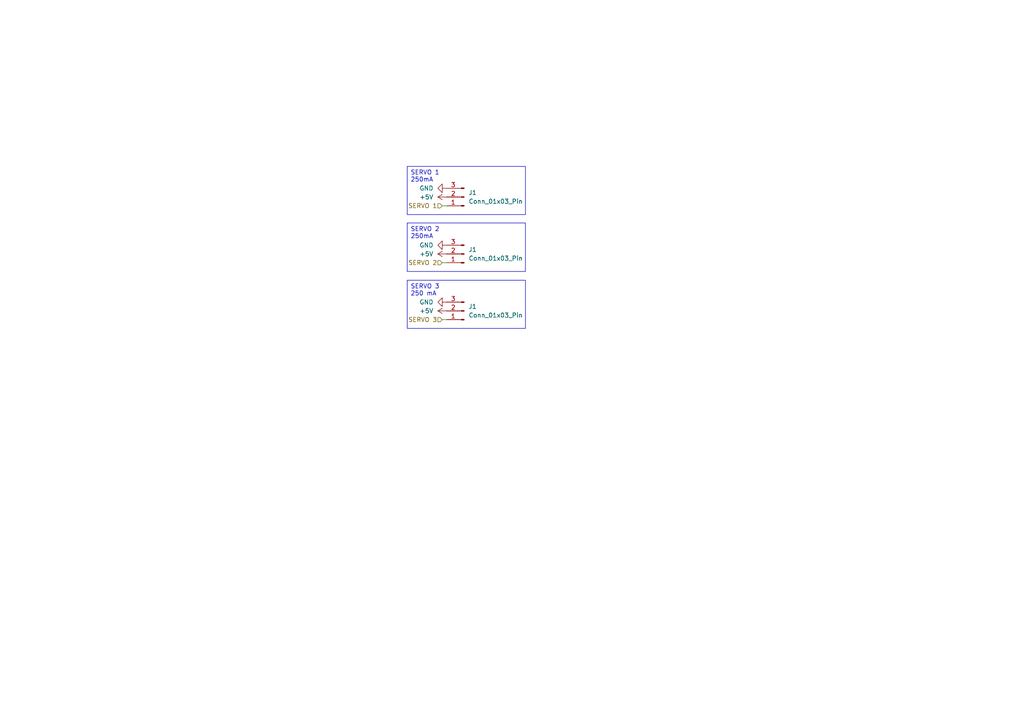
<source format=kicad_sch>
(kicad_sch (version 20230121) (generator eeschema)
  (paper "A4")
  (lib_symbols
    (symbol "Connector:Conn_01x03_Pin" (pin_names (offset 1.016) hide)
      (property "Reference" "J" (at 0 5.08 0))
      (property "Value" "Conn_01x03_Pin" (at 0 -5.08 0))
      (symbol "Conn_01x03_Pin_1_1"
        (polyline (pts (xy 1.27 -2.54) (xy 0.8636 -2.54)) (stroke (width 0.1524)))
        (polyline (pts (xy 1.27 0) (xy 0.8636 0)) (stroke (width 0.1524)))
        (polyline (pts (xy 1.27 2.54) (xy 0.8636 2.54)) (stroke (width 0.1524)))
        (rectangle (start 0.8636 -2.413) (end 0 -2.667) (stroke (width 0.1524)) (fill (type outline)))
        (rectangle (start 0.8636 0.127) (end 0 -0.127) (stroke (width 0.1524)) (fill (type outline)))
        (rectangle (start 0.8636 2.667) (end 0 2.413) (stroke (width 0.1524)) (fill (type outline)))
        (pin passive line (at 5.08 2.54 180) (length 3.81) (name "Pin_1") (number "1"))
        (pin passive line (at 5.08 0 180) (length 3.81) (name "Pin_2") (number "2"))
        (pin passive line (at 5.08 -2.54 180) (length 3.81) (name "Pin_3") (number "3"))
      )
    )
    (symbol "power:+5V" (power) (pin_names (offset 0))
      (property "Value" "+5V" (at 0 3.556 0))
      (symbol "+5V_0_1"
        (polyline (pts (xy -0.762 1.27) (xy 0 2.54)))
        (polyline (pts (xy 0 0) (xy 0 2.54)))
        (polyline (pts (xy 0 2.54) (xy 0.762 1.27)))
      )
      (symbol "+5V_1_1"
        (pin power_in line (at 0 0 90) (length 0) hide (name "+5V") (number "1"))
      )
    )
    (symbol "power:GND" (power) (pin_names (offset 0))
      (property "Value" "GND" (at 0 -3.81 0))
      (symbol "GND_0_1"
        (polyline (pts (xy 0 0) (xy 0 -1.27) (xy 1.27 -1.27) (xy 0 -2.54) (xy -1.27 -1.27) (xy 0 -1.27)))
      )
      (symbol "GND_1_1"
        (pin power_in line (at 0 0 270) (length 0) hide (name "GND") (number "1"))
      )
    )
  )
  (wire (pts (xy 128.27 59.69) (xy 129.54 59.69)))
  (wire (pts (xy 128.27 76.2) (xy 129.54 76.2)))
  (wire (pts (xy 128.27 92.71) (xy 129.54 92.71)))
  (text_box "SERVO 2\n250mA" (at 118.11 64.6675 0) (size 34.29 14.0725) (effects (font (size 1.27 1.27)) (justify left top)))
  (text_box "SERVO 1\n250mA" (at 118.11 48.26 0) (size 34.29 13.97) (effects (font (size 1.27 1.27)) (justify left top)))
  (text_box "SERVO 3\n250 mA" (at 118.11 81.28 0) (size 34.29 13.97) (effects (font (size 1.27 1.27)) (justify left top)))
  (hierarchical_label "SERVO 3" (shape input) (at 128.27 92.71 180))
  (hierarchical_label "SERVO 1" (shape input) (at 128.27 59.69 180))
  (hierarchical_label "SERVO 2" (shape input) (at 128.27 76.2 180))
  (symbol (lib_id "Connector:Conn_01x03_Pin") (at 134.62 73.66 180) (unit 1)
    (property "Reference" "J1" (at 135.89 72.39 0) (effects (justify right)))
    (property "Value" "Conn_01x03_Pin" (at 135.89 74.93 0) (effects (justify right)))
    (property "Footprint" "Connector_PinHeader_2.54mm:PinHeader_1x03_P2.54mm_Vertical" (effects hide))
    (instances (project "cansat pcb" (path "" (reference "J1") (unit 1)) (path "" (reference "J5") (unit 1))))
  )
  (symbol (lib_id "power:+5V") (at 129.54 90.17 90) (unit 1)
    (property "Reference" "#PWR028" (effects hide))
    (property "Value" "+5V" (at 125.73 90.17 90) (effects (justify left)))
    (instances (project "cansat pcb" (path "" (reference "#PWR028") (unit 1)) (path "" (reference "#PWR017") (unit 1))))
  )
  (symbol (lib_id "Connector:Conn_01x03_Pin") (at 134.62 57.15 180) (unit 1)
    (property "Reference" "J1" (at 135.89 55.88 0) (effects (justify right)))
    (property "Value" "Conn_01x03_Pin" (at 135.89 58.42 0) (effects (justify right)))
    (property "Footprint" "Connector_PinHeader_2.54mm:PinHeader_1x03_P2.54mm_Vertical" (effects hide))
    (instances (project "cansat pcb" (path "" (reference "J1") (unit 1)) (path "" (reference "J4") (unit 1))))
  )
  (symbol (lib_id "power:GND") (at 129.54 87.63 270) (unit 1)
    (property "Reference" "#PWR027" (effects hide))
    (property "Value" "GND" (at 125.73 87.63 90) (effects (justify right)))
    (instances (project "cansat pcb" (path "" (reference "#PWR027") (unit 1)) (path "" (reference "#PWR010") (unit 1))))
  )
  (symbol (lib_id "Connector:Conn_01x03_Pin") (at 134.62 90.17 180) (unit 1)
    (property "Reference" "J1" (at 135.89 88.9 0) (effects (justify right)))
    (property "Value" "Conn_01x03_Pin" (at 135.89 91.44 0) (effects (justify right)))
    (property "Footprint" "Connector_PinHeader_2.54mm:PinHeader_1x03_P2.54mm_Vertical" (effects hide))
    (instances (project "cansat pcb" (path "" (reference "J1") (unit 1)) (path "" (reference "J6") (unit 1))))
  )
  (symbol (lib_id "power:+5V") (at 129.54 57.15 90) (unit 1)
    (property "Reference" "#PWR028" (effects hide))
    (property "Value" "+5V" (at 125.73 57.15 90) (effects (justify left)))
    (instances (project "cansat pcb" (path "" (reference "#PWR028") (unit 1)) (path "" (reference "#PWR07") (unit 1))))
  )
  (symbol (lib_id "power:GND") (at 129.54 54.61 270) (unit 1)
    (property "Reference" "#PWR027" (effects hide))
    (property "Value" "GND" (at 125.73 54.61 90) (effects (justify right)))
    (instances (project "cansat pcb" (path "" (reference "#PWR027") (unit 1)) (path "" (reference "#PWR06") (unit 1))))
  )
  (symbol (lib_id "power:GND") (at 129.54 71.12 270) (unit 1)
    (property "Reference" "#PWR027" (effects hide))
    (property "Value" "GND" (at 125.73 71.12 90) (effects (justify right)))
    (instances (project "cansat pcb" (path "" (reference "#PWR027") (unit 1)) (path "" (reference "#PWR08") (unit 1))))
  )
  (symbol (lib_id "power:+5V") (at 129.54 73.66 90) (unit 1)
    (property "Reference" "#PWR028" (effects hide))
    (property "Value" "+5V" (at 125.73 73.66 90) (effects (justify left)))
    (instances (project "cansat pcb" (path "" (reference "#PWR028") (unit 1)) (path "" (reference "#PWR09") (unit 1))))
  )
)
</source>
